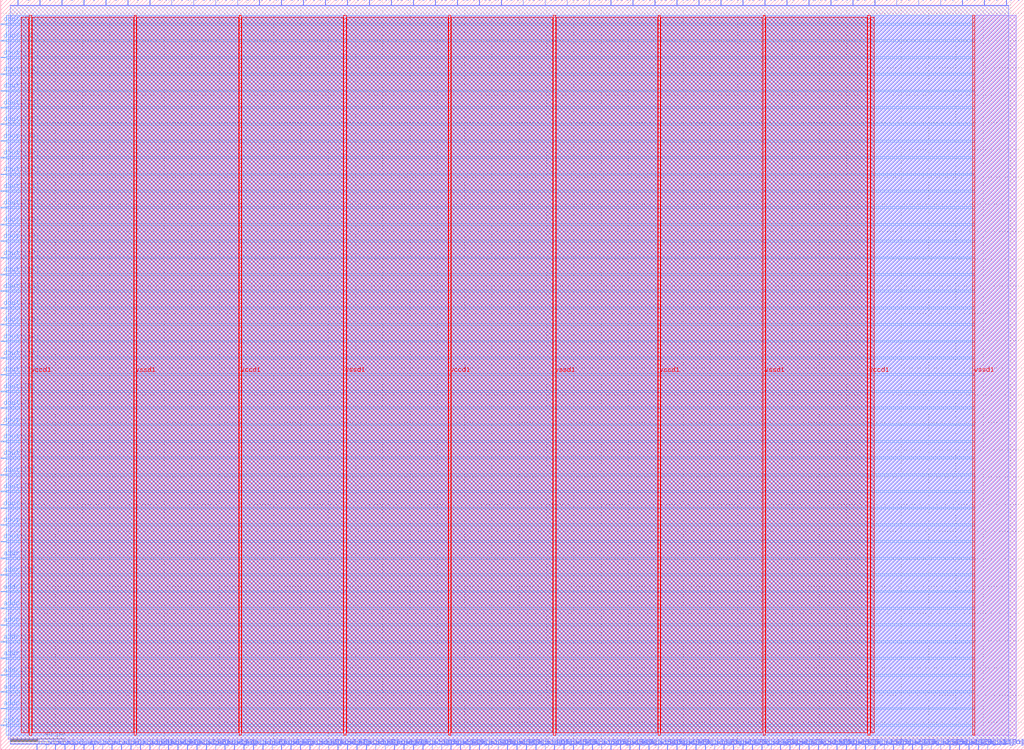
<source format=lef>
VERSION 5.7 ;
  NOWIREEXTENSIONATPIN ON ;
  DIVIDERCHAR "/" ;
  BUSBITCHARS "[]" ;
MACRO wfg_top
  CLASS BLOCK ;
  FOREIGN wfg_top ;
  ORIGIN 0.000 0.000 ;
  SIZE 750.000 BY 550.000 ;
  PIN addr1[0]
    DIRECTION OUTPUT TRISTATE ;
    USE SIGNAL ;
    PORT
      LAYER met3 ;
        RECT 0.000 29.960 4.000 30.560 ;
    END
  END addr1[0]
  PIN addr1[1]
    DIRECTION OUTPUT TRISTATE ;
    USE SIGNAL ;
    PORT
      LAYER met3 ;
        RECT 0.000 42.200 4.000 42.800 ;
    END
  END addr1[1]
  PIN addr1[2]
    DIRECTION OUTPUT TRISTATE ;
    USE SIGNAL ;
    PORT
      LAYER met3 ;
        RECT 0.000 54.440 4.000 55.040 ;
    END
  END addr1[2]
  PIN addr1[3]
    DIRECTION OUTPUT TRISTATE ;
    USE SIGNAL ;
    PORT
      LAYER met3 ;
        RECT 0.000 66.680 4.000 67.280 ;
    END
  END addr1[3]
  PIN addr1[4]
    DIRECTION OUTPUT TRISTATE ;
    USE SIGNAL ;
    PORT
      LAYER met3 ;
        RECT 0.000 78.920 4.000 79.520 ;
    END
  END addr1[4]
  PIN addr1[5]
    DIRECTION OUTPUT TRISTATE ;
    USE SIGNAL ;
    PORT
      LAYER met3 ;
        RECT 0.000 91.160 4.000 91.760 ;
    END
  END addr1[5]
  PIN addr1[6]
    DIRECTION OUTPUT TRISTATE ;
    USE SIGNAL ;
    PORT
      LAYER met3 ;
        RECT 0.000 103.400 4.000 104.000 ;
    END
  END addr1[6]
  PIN addr1[7]
    DIRECTION OUTPUT TRISTATE ;
    USE SIGNAL ;
    PORT
      LAYER met3 ;
        RECT 0.000 115.640 4.000 116.240 ;
    END
  END addr1[7]
  PIN addr1[8]
    DIRECTION OUTPUT TRISTATE ;
    USE SIGNAL ;
    PORT
      LAYER met3 ;
        RECT 0.000 127.880 4.000 128.480 ;
    END
  END addr1[8]
  PIN addr1[9]
    DIRECTION OUTPUT TRISTATE ;
    USE SIGNAL ;
    PORT
      LAYER met3 ;
        RECT 0.000 140.120 4.000 140.720 ;
    END
  END addr1[9]
  PIN csb1
    DIRECTION OUTPUT TRISTATE ;
    USE SIGNAL ;
    PORT
      LAYER met3 ;
        RECT 0.000 17.720 4.000 18.320 ;
    END
  END csb1
  PIN dout1[0]
    DIRECTION INPUT ;
    USE SIGNAL ;
    PORT
      LAYER met3 ;
        RECT 0.000 152.360 4.000 152.960 ;
    END
  END dout1[0]
  PIN dout1[10]
    DIRECTION INPUT ;
    USE SIGNAL ;
    PORT
      LAYER met3 ;
        RECT 0.000 274.760 4.000 275.360 ;
    END
  END dout1[10]
  PIN dout1[11]
    DIRECTION INPUT ;
    USE SIGNAL ;
    PORT
      LAYER met3 ;
        RECT 0.000 287.000 4.000 287.600 ;
    END
  END dout1[11]
  PIN dout1[12]
    DIRECTION INPUT ;
    USE SIGNAL ;
    PORT
      LAYER met3 ;
        RECT 0.000 299.240 4.000 299.840 ;
    END
  END dout1[12]
  PIN dout1[13]
    DIRECTION INPUT ;
    USE SIGNAL ;
    PORT
      LAYER met3 ;
        RECT 0.000 311.480 4.000 312.080 ;
    END
  END dout1[13]
  PIN dout1[14]
    DIRECTION INPUT ;
    USE SIGNAL ;
    PORT
      LAYER met3 ;
        RECT 0.000 323.720 4.000 324.320 ;
    END
  END dout1[14]
  PIN dout1[15]
    DIRECTION INPUT ;
    USE SIGNAL ;
    PORT
      LAYER met3 ;
        RECT 0.000 335.960 4.000 336.560 ;
    END
  END dout1[15]
  PIN dout1[16]
    DIRECTION INPUT ;
    USE SIGNAL ;
    PORT
      LAYER met3 ;
        RECT 0.000 348.200 4.000 348.800 ;
    END
  END dout1[16]
  PIN dout1[17]
    DIRECTION INPUT ;
    USE SIGNAL ;
    PORT
      LAYER met3 ;
        RECT 0.000 360.440 4.000 361.040 ;
    END
  END dout1[17]
  PIN dout1[18]
    DIRECTION INPUT ;
    USE SIGNAL ;
    PORT
      LAYER met3 ;
        RECT 0.000 372.680 4.000 373.280 ;
    END
  END dout1[18]
  PIN dout1[19]
    DIRECTION INPUT ;
    USE SIGNAL ;
    PORT
      LAYER met3 ;
        RECT 0.000 384.920 4.000 385.520 ;
    END
  END dout1[19]
  PIN dout1[1]
    DIRECTION INPUT ;
    USE SIGNAL ;
    PORT
      LAYER met3 ;
        RECT 0.000 164.600 4.000 165.200 ;
    END
  END dout1[1]
  PIN dout1[20]
    DIRECTION INPUT ;
    USE SIGNAL ;
    PORT
      LAYER met3 ;
        RECT 0.000 397.160 4.000 397.760 ;
    END
  END dout1[20]
  PIN dout1[21]
    DIRECTION INPUT ;
    USE SIGNAL ;
    PORT
      LAYER met3 ;
        RECT 0.000 409.400 4.000 410.000 ;
    END
  END dout1[21]
  PIN dout1[22]
    DIRECTION INPUT ;
    USE SIGNAL ;
    PORT
      LAYER met3 ;
        RECT 0.000 421.640 4.000 422.240 ;
    END
  END dout1[22]
  PIN dout1[23]
    DIRECTION INPUT ;
    USE SIGNAL ;
    PORT
      LAYER met3 ;
        RECT 0.000 433.880 4.000 434.480 ;
    END
  END dout1[23]
  PIN dout1[24]
    DIRECTION INPUT ;
    USE SIGNAL ;
    PORT
      LAYER met3 ;
        RECT 0.000 446.120 4.000 446.720 ;
    END
  END dout1[24]
  PIN dout1[25]
    DIRECTION INPUT ;
    USE SIGNAL ;
    PORT
      LAYER met3 ;
        RECT 0.000 458.360 4.000 458.960 ;
    END
  END dout1[25]
  PIN dout1[26]
    DIRECTION INPUT ;
    USE SIGNAL ;
    PORT
      LAYER met3 ;
        RECT 0.000 470.600 4.000 471.200 ;
    END
  END dout1[26]
  PIN dout1[27]
    DIRECTION INPUT ;
    USE SIGNAL ;
    PORT
      LAYER met3 ;
        RECT 0.000 482.840 4.000 483.440 ;
    END
  END dout1[27]
  PIN dout1[28]
    DIRECTION INPUT ;
    USE SIGNAL ;
    PORT
      LAYER met3 ;
        RECT 0.000 495.080 4.000 495.680 ;
    END
  END dout1[28]
  PIN dout1[29]
    DIRECTION INPUT ;
    USE SIGNAL ;
    PORT
      LAYER met3 ;
        RECT 0.000 507.320 4.000 507.920 ;
    END
  END dout1[29]
  PIN dout1[2]
    DIRECTION INPUT ;
    USE SIGNAL ;
    PORT
      LAYER met3 ;
        RECT 0.000 176.840 4.000 177.440 ;
    END
  END dout1[2]
  PIN dout1[30]
    DIRECTION INPUT ;
    USE SIGNAL ;
    PORT
      LAYER met3 ;
        RECT 0.000 519.560 4.000 520.160 ;
    END
  END dout1[30]
  PIN dout1[31]
    DIRECTION INPUT ;
    USE SIGNAL ;
    PORT
      LAYER met3 ;
        RECT 0.000 531.800 4.000 532.400 ;
    END
  END dout1[31]
  PIN dout1[3]
    DIRECTION INPUT ;
    USE SIGNAL ;
    PORT
      LAYER met3 ;
        RECT 0.000 189.080 4.000 189.680 ;
    END
  END dout1[3]
  PIN dout1[4]
    DIRECTION INPUT ;
    USE SIGNAL ;
    PORT
      LAYER met3 ;
        RECT 0.000 201.320 4.000 201.920 ;
    END
  END dout1[4]
  PIN dout1[5]
    DIRECTION INPUT ;
    USE SIGNAL ;
    PORT
      LAYER met3 ;
        RECT 0.000 213.560 4.000 214.160 ;
    END
  END dout1[5]
  PIN dout1[6]
    DIRECTION INPUT ;
    USE SIGNAL ;
    PORT
      LAYER met3 ;
        RECT 0.000 225.800 4.000 226.400 ;
    END
  END dout1[6]
  PIN dout1[7]
    DIRECTION INPUT ;
    USE SIGNAL ;
    PORT
      LAYER met3 ;
        RECT 0.000 238.040 4.000 238.640 ;
    END
  END dout1[7]
  PIN dout1[8]
    DIRECTION INPUT ;
    USE SIGNAL ;
    PORT
      LAYER met3 ;
        RECT 0.000 250.280 4.000 250.880 ;
    END
  END dout1[8]
  PIN dout1[9]
    DIRECTION INPUT ;
    USE SIGNAL ;
    PORT
      LAYER met3 ;
        RECT 0.000 262.520 4.000 263.120 ;
    END
  END dout1[9]
  PIN io_oeb[0]
    DIRECTION OUTPUT TRISTATE ;
    USE SIGNAL ;
    PORT
      LAYER met2 ;
        RECT 576.010 546.000 576.290 550.000 ;
    END
  END io_oeb[0]
  PIN io_oeb[10]
    DIRECTION OUTPUT TRISTATE ;
    USE SIGNAL ;
    PORT
      LAYER met2 ;
        RECT 737.010 546.000 737.290 550.000 ;
    END
  END io_oeb[10]
  PIN io_oeb[1]
    DIRECTION OUTPUT TRISTATE ;
    USE SIGNAL ;
    PORT
      LAYER met2 ;
        RECT 592.110 546.000 592.390 550.000 ;
    END
  END io_oeb[1]
  PIN io_oeb[2]
    DIRECTION OUTPUT TRISTATE ;
    USE SIGNAL ;
    PORT
      LAYER met2 ;
        RECT 608.210 546.000 608.490 550.000 ;
    END
  END io_oeb[2]
  PIN io_oeb[3]
    DIRECTION OUTPUT TRISTATE ;
    USE SIGNAL ;
    PORT
      LAYER met2 ;
        RECT 624.310 546.000 624.590 550.000 ;
    END
  END io_oeb[3]
  PIN io_oeb[4]
    DIRECTION OUTPUT TRISTATE ;
    USE SIGNAL ;
    PORT
      LAYER met2 ;
        RECT 640.410 546.000 640.690 550.000 ;
    END
  END io_oeb[4]
  PIN io_oeb[5]
    DIRECTION OUTPUT TRISTATE ;
    USE SIGNAL ;
    PORT
      LAYER met2 ;
        RECT 656.510 546.000 656.790 550.000 ;
    END
  END io_oeb[5]
  PIN io_oeb[6]
    DIRECTION OUTPUT TRISTATE ;
    USE SIGNAL ;
    PORT
      LAYER met2 ;
        RECT 672.610 546.000 672.890 550.000 ;
    END
  END io_oeb[6]
  PIN io_oeb[7]
    DIRECTION OUTPUT TRISTATE ;
    USE SIGNAL ;
    PORT
      LAYER met2 ;
        RECT 688.710 546.000 688.990 550.000 ;
    END
  END io_oeb[7]
  PIN io_oeb[8]
    DIRECTION OUTPUT TRISTATE ;
    USE SIGNAL ;
    PORT
      LAYER met2 ;
        RECT 704.810 546.000 705.090 550.000 ;
    END
  END io_oeb[8]
  PIN io_oeb[9]
    DIRECTION OUTPUT TRISTATE ;
    USE SIGNAL ;
    PORT
      LAYER met2 ;
        RECT 720.910 546.000 721.190 550.000 ;
    END
  END io_oeb[9]
  PIN io_wbs_ack
    DIRECTION OUTPUT TRISTATE ;
    USE SIGNAL ;
    PORT
      LAYER met2 ;
        RECT 26.310 0.000 26.590 4.000 ;
    END
  END io_wbs_ack
  PIN io_wbs_adr[0]
    DIRECTION INPUT ;
    USE SIGNAL ;
    PORT
      LAYER met2 ;
        RECT 67.710 0.000 67.990 4.000 ;
    END
  END io_wbs_adr[0]
  PIN io_wbs_adr[10]
    DIRECTION INPUT ;
    USE SIGNAL ;
    PORT
      LAYER met2 ;
        RECT 274.710 0.000 274.990 4.000 ;
    END
  END io_wbs_adr[10]
  PIN io_wbs_adr[11]
    DIRECTION INPUT ;
    USE SIGNAL ;
    PORT
      LAYER met2 ;
        RECT 295.410 0.000 295.690 4.000 ;
    END
  END io_wbs_adr[11]
  PIN io_wbs_adr[12]
    DIRECTION INPUT ;
    USE SIGNAL ;
    PORT
      LAYER met2 ;
        RECT 316.110 0.000 316.390 4.000 ;
    END
  END io_wbs_adr[12]
  PIN io_wbs_adr[13]
    DIRECTION INPUT ;
    USE SIGNAL ;
    PORT
      LAYER met2 ;
        RECT 336.810 0.000 337.090 4.000 ;
    END
  END io_wbs_adr[13]
  PIN io_wbs_adr[14]
    DIRECTION INPUT ;
    USE SIGNAL ;
    PORT
      LAYER met2 ;
        RECT 357.510 0.000 357.790 4.000 ;
    END
  END io_wbs_adr[14]
  PIN io_wbs_adr[15]
    DIRECTION INPUT ;
    USE SIGNAL ;
    PORT
      LAYER met2 ;
        RECT 378.210 0.000 378.490 4.000 ;
    END
  END io_wbs_adr[15]
  PIN io_wbs_adr[16]
    DIRECTION INPUT ;
    USE SIGNAL ;
    PORT
      LAYER met2 ;
        RECT 398.910 0.000 399.190 4.000 ;
    END
  END io_wbs_adr[16]
  PIN io_wbs_adr[17]
    DIRECTION INPUT ;
    USE SIGNAL ;
    PORT
      LAYER met2 ;
        RECT 419.610 0.000 419.890 4.000 ;
    END
  END io_wbs_adr[17]
  PIN io_wbs_adr[18]
    DIRECTION INPUT ;
    USE SIGNAL ;
    PORT
      LAYER met2 ;
        RECT 440.310 0.000 440.590 4.000 ;
    END
  END io_wbs_adr[18]
  PIN io_wbs_adr[19]
    DIRECTION INPUT ;
    USE SIGNAL ;
    PORT
      LAYER met2 ;
        RECT 461.010 0.000 461.290 4.000 ;
    END
  END io_wbs_adr[19]
  PIN io_wbs_adr[1]
    DIRECTION INPUT ;
    USE SIGNAL ;
    PORT
      LAYER met2 ;
        RECT 88.410 0.000 88.690 4.000 ;
    END
  END io_wbs_adr[1]
  PIN io_wbs_adr[20]
    DIRECTION INPUT ;
    USE SIGNAL ;
    PORT
      LAYER met2 ;
        RECT 481.710 0.000 481.990 4.000 ;
    END
  END io_wbs_adr[20]
  PIN io_wbs_adr[21]
    DIRECTION INPUT ;
    USE SIGNAL ;
    PORT
      LAYER met2 ;
        RECT 502.410 0.000 502.690 4.000 ;
    END
  END io_wbs_adr[21]
  PIN io_wbs_adr[22]
    DIRECTION INPUT ;
    USE SIGNAL ;
    PORT
      LAYER met2 ;
        RECT 523.110 0.000 523.390 4.000 ;
    END
  END io_wbs_adr[22]
  PIN io_wbs_adr[23]
    DIRECTION INPUT ;
    USE SIGNAL ;
    PORT
      LAYER met2 ;
        RECT 543.810 0.000 544.090 4.000 ;
    END
  END io_wbs_adr[23]
  PIN io_wbs_adr[24]
    DIRECTION INPUT ;
    USE SIGNAL ;
    PORT
      LAYER met2 ;
        RECT 564.510 0.000 564.790 4.000 ;
    END
  END io_wbs_adr[24]
  PIN io_wbs_adr[25]
    DIRECTION INPUT ;
    USE SIGNAL ;
    PORT
      LAYER met2 ;
        RECT 585.210 0.000 585.490 4.000 ;
    END
  END io_wbs_adr[25]
  PIN io_wbs_adr[26]
    DIRECTION INPUT ;
    USE SIGNAL ;
    PORT
      LAYER met2 ;
        RECT 605.910 0.000 606.190 4.000 ;
    END
  END io_wbs_adr[26]
  PIN io_wbs_adr[27]
    DIRECTION INPUT ;
    USE SIGNAL ;
    PORT
      LAYER met2 ;
        RECT 626.610 0.000 626.890 4.000 ;
    END
  END io_wbs_adr[27]
  PIN io_wbs_adr[28]
    DIRECTION INPUT ;
    USE SIGNAL ;
    PORT
      LAYER met2 ;
        RECT 647.310 0.000 647.590 4.000 ;
    END
  END io_wbs_adr[28]
  PIN io_wbs_adr[29]
    DIRECTION INPUT ;
    USE SIGNAL ;
    PORT
      LAYER met2 ;
        RECT 668.010 0.000 668.290 4.000 ;
    END
  END io_wbs_adr[29]
  PIN io_wbs_adr[2]
    DIRECTION INPUT ;
    USE SIGNAL ;
    PORT
      LAYER met2 ;
        RECT 109.110 0.000 109.390 4.000 ;
    END
  END io_wbs_adr[2]
  PIN io_wbs_adr[30]
    DIRECTION INPUT ;
    USE SIGNAL ;
    PORT
      LAYER met2 ;
        RECT 688.710 0.000 688.990 4.000 ;
    END
  END io_wbs_adr[30]
  PIN io_wbs_adr[31]
    DIRECTION INPUT ;
    USE SIGNAL ;
    PORT
      LAYER met2 ;
        RECT 709.410 0.000 709.690 4.000 ;
    END
  END io_wbs_adr[31]
  PIN io_wbs_adr[3]
    DIRECTION INPUT ;
    USE SIGNAL ;
    PORT
      LAYER met2 ;
        RECT 129.810 0.000 130.090 4.000 ;
    END
  END io_wbs_adr[3]
  PIN io_wbs_adr[4]
    DIRECTION INPUT ;
    USE SIGNAL ;
    PORT
      LAYER met2 ;
        RECT 150.510 0.000 150.790 4.000 ;
    END
  END io_wbs_adr[4]
  PIN io_wbs_adr[5]
    DIRECTION INPUT ;
    USE SIGNAL ;
    PORT
      LAYER met2 ;
        RECT 171.210 0.000 171.490 4.000 ;
    END
  END io_wbs_adr[5]
  PIN io_wbs_adr[6]
    DIRECTION INPUT ;
    USE SIGNAL ;
    PORT
      LAYER met2 ;
        RECT 191.910 0.000 192.190 4.000 ;
    END
  END io_wbs_adr[6]
  PIN io_wbs_adr[7]
    DIRECTION INPUT ;
    USE SIGNAL ;
    PORT
      LAYER met2 ;
        RECT 212.610 0.000 212.890 4.000 ;
    END
  END io_wbs_adr[7]
  PIN io_wbs_adr[8]
    DIRECTION INPUT ;
    USE SIGNAL ;
    PORT
      LAYER met2 ;
        RECT 233.310 0.000 233.590 4.000 ;
    END
  END io_wbs_adr[8]
  PIN io_wbs_adr[9]
    DIRECTION INPUT ;
    USE SIGNAL ;
    PORT
      LAYER met2 ;
        RECT 254.010 0.000 254.290 4.000 ;
    END
  END io_wbs_adr[9]
  PIN io_wbs_clk
    DIRECTION INPUT ;
    USE SIGNAL ;
    PORT
      LAYER met2 ;
        RECT 33.210 0.000 33.490 4.000 ;
    END
  END io_wbs_clk
  PIN io_wbs_cyc
    DIRECTION INPUT ;
    USE SIGNAL ;
    PORT
      LAYER met2 ;
        RECT 40.110 0.000 40.390 4.000 ;
    END
  END io_wbs_cyc
  PIN io_wbs_datrd[0]
    DIRECTION OUTPUT TRISTATE ;
    USE SIGNAL ;
    PORT
      LAYER met2 ;
        RECT 74.610 0.000 74.890 4.000 ;
    END
  END io_wbs_datrd[0]
  PIN io_wbs_datrd[10]
    DIRECTION OUTPUT TRISTATE ;
    USE SIGNAL ;
    PORT
      LAYER met2 ;
        RECT 281.610 0.000 281.890 4.000 ;
    END
  END io_wbs_datrd[10]
  PIN io_wbs_datrd[11]
    DIRECTION OUTPUT TRISTATE ;
    USE SIGNAL ;
    PORT
      LAYER met2 ;
        RECT 302.310 0.000 302.590 4.000 ;
    END
  END io_wbs_datrd[11]
  PIN io_wbs_datrd[12]
    DIRECTION OUTPUT TRISTATE ;
    USE SIGNAL ;
    PORT
      LAYER met2 ;
        RECT 323.010 0.000 323.290 4.000 ;
    END
  END io_wbs_datrd[12]
  PIN io_wbs_datrd[13]
    DIRECTION OUTPUT TRISTATE ;
    USE SIGNAL ;
    PORT
      LAYER met2 ;
        RECT 343.710 0.000 343.990 4.000 ;
    END
  END io_wbs_datrd[13]
  PIN io_wbs_datrd[14]
    DIRECTION OUTPUT TRISTATE ;
    USE SIGNAL ;
    PORT
      LAYER met2 ;
        RECT 364.410 0.000 364.690 4.000 ;
    END
  END io_wbs_datrd[14]
  PIN io_wbs_datrd[15]
    DIRECTION OUTPUT TRISTATE ;
    USE SIGNAL ;
    PORT
      LAYER met2 ;
        RECT 385.110 0.000 385.390 4.000 ;
    END
  END io_wbs_datrd[15]
  PIN io_wbs_datrd[16]
    DIRECTION OUTPUT TRISTATE ;
    USE SIGNAL ;
    PORT
      LAYER met2 ;
        RECT 405.810 0.000 406.090 4.000 ;
    END
  END io_wbs_datrd[16]
  PIN io_wbs_datrd[17]
    DIRECTION OUTPUT TRISTATE ;
    USE SIGNAL ;
    PORT
      LAYER met2 ;
        RECT 426.510 0.000 426.790 4.000 ;
    END
  END io_wbs_datrd[17]
  PIN io_wbs_datrd[18]
    DIRECTION OUTPUT TRISTATE ;
    USE SIGNAL ;
    PORT
      LAYER met2 ;
        RECT 447.210 0.000 447.490 4.000 ;
    END
  END io_wbs_datrd[18]
  PIN io_wbs_datrd[19]
    DIRECTION OUTPUT TRISTATE ;
    USE SIGNAL ;
    PORT
      LAYER met2 ;
        RECT 467.910 0.000 468.190 4.000 ;
    END
  END io_wbs_datrd[19]
  PIN io_wbs_datrd[1]
    DIRECTION OUTPUT TRISTATE ;
    USE SIGNAL ;
    PORT
      LAYER met2 ;
        RECT 95.310 0.000 95.590 4.000 ;
    END
  END io_wbs_datrd[1]
  PIN io_wbs_datrd[20]
    DIRECTION OUTPUT TRISTATE ;
    USE SIGNAL ;
    PORT
      LAYER met2 ;
        RECT 488.610 0.000 488.890 4.000 ;
    END
  END io_wbs_datrd[20]
  PIN io_wbs_datrd[21]
    DIRECTION OUTPUT TRISTATE ;
    USE SIGNAL ;
    PORT
      LAYER met2 ;
        RECT 509.310 0.000 509.590 4.000 ;
    END
  END io_wbs_datrd[21]
  PIN io_wbs_datrd[22]
    DIRECTION OUTPUT TRISTATE ;
    USE SIGNAL ;
    PORT
      LAYER met2 ;
        RECT 530.010 0.000 530.290 4.000 ;
    END
  END io_wbs_datrd[22]
  PIN io_wbs_datrd[23]
    DIRECTION OUTPUT TRISTATE ;
    USE SIGNAL ;
    PORT
      LAYER met2 ;
        RECT 550.710 0.000 550.990 4.000 ;
    END
  END io_wbs_datrd[23]
  PIN io_wbs_datrd[24]
    DIRECTION OUTPUT TRISTATE ;
    USE SIGNAL ;
    PORT
      LAYER met2 ;
        RECT 571.410 0.000 571.690 4.000 ;
    END
  END io_wbs_datrd[24]
  PIN io_wbs_datrd[25]
    DIRECTION OUTPUT TRISTATE ;
    USE SIGNAL ;
    PORT
      LAYER met2 ;
        RECT 592.110 0.000 592.390 4.000 ;
    END
  END io_wbs_datrd[25]
  PIN io_wbs_datrd[26]
    DIRECTION OUTPUT TRISTATE ;
    USE SIGNAL ;
    PORT
      LAYER met2 ;
        RECT 612.810 0.000 613.090 4.000 ;
    END
  END io_wbs_datrd[26]
  PIN io_wbs_datrd[27]
    DIRECTION OUTPUT TRISTATE ;
    USE SIGNAL ;
    PORT
      LAYER met2 ;
        RECT 633.510 0.000 633.790 4.000 ;
    END
  END io_wbs_datrd[27]
  PIN io_wbs_datrd[28]
    DIRECTION OUTPUT TRISTATE ;
    USE SIGNAL ;
    PORT
      LAYER met2 ;
        RECT 654.210 0.000 654.490 4.000 ;
    END
  END io_wbs_datrd[28]
  PIN io_wbs_datrd[29]
    DIRECTION OUTPUT TRISTATE ;
    USE SIGNAL ;
    PORT
      LAYER met2 ;
        RECT 674.910 0.000 675.190 4.000 ;
    END
  END io_wbs_datrd[29]
  PIN io_wbs_datrd[2]
    DIRECTION OUTPUT TRISTATE ;
    USE SIGNAL ;
    PORT
      LAYER met2 ;
        RECT 116.010 0.000 116.290 4.000 ;
    END
  END io_wbs_datrd[2]
  PIN io_wbs_datrd[30]
    DIRECTION OUTPUT TRISTATE ;
    USE SIGNAL ;
    PORT
      LAYER met2 ;
        RECT 695.610 0.000 695.890 4.000 ;
    END
  END io_wbs_datrd[30]
  PIN io_wbs_datrd[31]
    DIRECTION OUTPUT TRISTATE ;
    USE SIGNAL ;
    PORT
      LAYER met2 ;
        RECT 716.310 0.000 716.590 4.000 ;
    END
  END io_wbs_datrd[31]
  PIN io_wbs_datrd[3]
    DIRECTION OUTPUT TRISTATE ;
    USE SIGNAL ;
    PORT
      LAYER met2 ;
        RECT 136.710 0.000 136.990 4.000 ;
    END
  END io_wbs_datrd[3]
  PIN io_wbs_datrd[4]
    DIRECTION OUTPUT TRISTATE ;
    USE SIGNAL ;
    PORT
      LAYER met2 ;
        RECT 157.410 0.000 157.690 4.000 ;
    END
  END io_wbs_datrd[4]
  PIN io_wbs_datrd[5]
    DIRECTION OUTPUT TRISTATE ;
    USE SIGNAL ;
    PORT
      LAYER met2 ;
        RECT 178.110 0.000 178.390 4.000 ;
    END
  END io_wbs_datrd[5]
  PIN io_wbs_datrd[6]
    DIRECTION OUTPUT TRISTATE ;
    USE SIGNAL ;
    PORT
      LAYER met2 ;
        RECT 198.810 0.000 199.090 4.000 ;
    END
  END io_wbs_datrd[6]
  PIN io_wbs_datrd[7]
    DIRECTION OUTPUT TRISTATE ;
    USE SIGNAL ;
    PORT
      LAYER met2 ;
        RECT 219.510 0.000 219.790 4.000 ;
    END
  END io_wbs_datrd[7]
  PIN io_wbs_datrd[8]
    DIRECTION OUTPUT TRISTATE ;
    USE SIGNAL ;
    PORT
      LAYER met2 ;
        RECT 240.210 0.000 240.490 4.000 ;
    END
  END io_wbs_datrd[8]
  PIN io_wbs_datrd[9]
    DIRECTION OUTPUT TRISTATE ;
    USE SIGNAL ;
    PORT
      LAYER met2 ;
        RECT 260.910 0.000 261.190 4.000 ;
    END
  END io_wbs_datrd[9]
  PIN io_wbs_datwr[0]
    DIRECTION INPUT ;
    USE SIGNAL ;
    PORT
      LAYER met2 ;
        RECT 81.510 0.000 81.790 4.000 ;
    END
  END io_wbs_datwr[0]
  PIN io_wbs_datwr[10]
    DIRECTION INPUT ;
    USE SIGNAL ;
    PORT
      LAYER met2 ;
        RECT 288.510 0.000 288.790 4.000 ;
    END
  END io_wbs_datwr[10]
  PIN io_wbs_datwr[11]
    DIRECTION INPUT ;
    USE SIGNAL ;
    PORT
      LAYER met2 ;
        RECT 309.210 0.000 309.490 4.000 ;
    END
  END io_wbs_datwr[11]
  PIN io_wbs_datwr[12]
    DIRECTION INPUT ;
    USE SIGNAL ;
    PORT
      LAYER met2 ;
        RECT 329.910 0.000 330.190 4.000 ;
    END
  END io_wbs_datwr[12]
  PIN io_wbs_datwr[13]
    DIRECTION INPUT ;
    USE SIGNAL ;
    PORT
      LAYER met2 ;
        RECT 350.610 0.000 350.890 4.000 ;
    END
  END io_wbs_datwr[13]
  PIN io_wbs_datwr[14]
    DIRECTION INPUT ;
    USE SIGNAL ;
    PORT
      LAYER met2 ;
        RECT 371.310 0.000 371.590 4.000 ;
    END
  END io_wbs_datwr[14]
  PIN io_wbs_datwr[15]
    DIRECTION INPUT ;
    USE SIGNAL ;
    PORT
      LAYER met2 ;
        RECT 392.010 0.000 392.290 4.000 ;
    END
  END io_wbs_datwr[15]
  PIN io_wbs_datwr[16]
    DIRECTION INPUT ;
    USE SIGNAL ;
    PORT
      LAYER met2 ;
        RECT 412.710 0.000 412.990 4.000 ;
    END
  END io_wbs_datwr[16]
  PIN io_wbs_datwr[17]
    DIRECTION INPUT ;
    USE SIGNAL ;
    PORT
      LAYER met2 ;
        RECT 433.410 0.000 433.690 4.000 ;
    END
  END io_wbs_datwr[17]
  PIN io_wbs_datwr[18]
    DIRECTION INPUT ;
    USE SIGNAL ;
    PORT
      LAYER met2 ;
        RECT 454.110 0.000 454.390 4.000 ;
    END
  END io_wbs_datwr[18]
  PIN io_wbs_datwr[19]
    DIRECTION INPUT ;
    USE SIGNAL ;
    PORT
      LAYER met2 ;
        RECT 474.810 0.000 475.090 4.000 ;
    END
  END io_wbs_datwr[19]
  PIN io_wbs_datwr[1]
    DIRECTION INPUT ;
    USE SIGNAL ;
    PORT
      LAYER met2 ;
        RECT 102.210 0.000 102.490 4.000 ;
    END
  END io_wbs_datwr[1]
  PIN io_wbs_datwr[20]
    DIRECTION INPUT ;
    USE SIGNAL ;
    PORT
      LAYER met2 ;
        RECT 495.510 0.000 495.790 4.000 ;
    END
  END io_wbs_datwr[20]
  PIN io_wbs_datwr[21]
    DIRECTION INPUT ;
    USE SIGNAL ;
    PORT
      LAYER met2 ;
        RECT 516.210 0.000 516.490 4.000 ;
    END
  END io_wbs_datwr[21]
  PIN io_wbs_datwr[22]
    DIRECTION INPUT ;
    USE SIGNAL ;
    PORT
      LAYER met2 ;
        RECT 536.910 0.000 537.190 4.000 ;
    END
  END io_wbs_datwr[22]
  PIN io_wbs_datwr[23]
    DIRECTION INPUT ;
    USE SIGNAL ;
    PORT
      LAYER met2 ;
        RECT 557.610 0.000 557.890 4.000 ;
    END
  END io_wbs_datwr[23]
  PIN io_wbs_datwr[24]
    DIRECTION INPUT ;
    USE SIGNAL ;
    PORT
      LAYER met2 ;
        RECT 578.310 0.000 578.590 4.000 ;
    END
  END io_wbs_datwr[24]
  PIN io_wbs_datwr[25]
    DIRECTION INPUT ;
    USE SIGNAL ;
    PORT
      LAYER met2 ;
        RECT 599.010 0.000 599.290 4.000 ;
    END
  END io_wbs_datwr[25]
  PIN io_wbs_datwr[26]
    DIRECTION INPUT ;
    USE SIGNAL ;
    PORT
      LAYER met2 ;
        RECT 619.710 0.000 619.990 4.000 ;
    END
  END io_wbs_datwr[26]
  PIN io_wbs_datwr[27]
    DIRECTION INPUT ;
    USE SIGNAL ;
    PORT
      LAYER met2 ;
        RECT 640.410 0.000 640.690 4.000 ;
    END
  END io_wbs_datwr[27]
  PIN io_wbs_datwr[28]
    DIRECTION INPUT ;
    USE SIGNAL ;
    PORT
      LAYER met2 ;
        RECT 661.110 0.000 661.390 4.000 ;
    END
  END io_wbs_datwr[28]
  PIN io_wbs_datwr[29]
    DIRECTION INPUT ;
    USE SIGNAL ;
    PORT
      LAYER met2 ;
        RECT 681.810 0.000 682.090 4.000 ;
    END
  END io_wbs_datwr[29]
  PIN io_wbs_datwr[2]
    DIRECTION INPUT ;
    USE SIGNAL ;
    PORT
      LAYER met2 ;
        RECT 122.910 0.000 123.190 4.000 ;
    END
  END io_wbs_datwr[2]
  PIN io_wbs_datwr[30]
    DIRECTION INPUT ;
    USE SIGNAL ;
    PORT
      LAYER met2 ;
        RECT 702.510 0.000 702.790 4.000 ;
    END
  END io_wbs_datwr[30]
  PIN io_wbs_datwr[31]
    DIRECTION INPUT ;
    USE SIGNAL ;
    PORT
      LAYER met2 ;
        RECT 723.210 0.000 723.490 4.000 ;
    END
  END io_wbs_datwr[31]
  PIN io_wbs_datwr[3]
    DIRECTION INPUT ;
    USE SIGNAL ;
    PORT
      LAYER met2 ;
        RECT 143.610 0.000 143.890 4.000 ;
    END
  END io_wbs_datwr[3]
  PIN io_wbs_datwr[4]
    DIRECTION INPUT ;
    USE SIGNAL ;
    PORT
      LAYER met2 ;
        RECT 164.310 0.000 164.590 4.000 ;
    END
  END io_wbs_datwr[4]
  PIN io_wbs_datwr[5]
    DIRECTION INPUT ;
    USE SIGNAL ;
    PORT
      LAYER met2 ;
        RECT 185.010 0.000 185.290 4.000 ;
    END
  END io_wbs_datwr[5]
  PIN io_wbs_datwr[6]
    DIRECTION INPUT ;
    USE SIGNAL ;
    PORT
      LAYER met2 ;
        RECT 205.710 0.000 205.990 4.000 ;
    END
  END io_wbs_datwr[6]
  PIN io_wbs_datwr[7]
    DIRECTION INPUT ;
    USE SIGNAL ;
    PORT
      LAYER met2 ;
        RECT 226.410 0.000 226.690 4.000 ;
    END
  END io_wbs_datwr[7]
  PIN io_wbs_datwr[8]
    DIRECTION INPUT ;
    USE SIGNAL ;
    PORT
      LAYER met2 ;
        RECT 247.110 0.000 247.390 4.000 ;
    END
  END io_wbs_datwr[8]
  PIN io_wbs_datwr[9]
    DIRECTION INPUT ;
    USE SIGNAL ;
    PORT
      LAYER met2 ;
        RECT 267.810 0.000 268.090 4.000 ;
    END
  END io_wbs_datwr[9]
  PIN io_wbs_rst
    DIRECTION INPUT ;
    USE SIGNAL ;
    PORT
      LAYER met2 ;
        RECT 47.010 0.000 47.290 4.000 ;
    END
  END io_wbs_rst
  PIN io_wbs_stb
    DIRECTION INPUT ;
    USE SIGNAL ;
    PORT
      LAYER met2 ;
        RECT 53.910 0.000 54.190 4.000 ;
    END
  END io_wbs_stb
  PIN io_wbs_we
    DIRECTION INPUT ;
    USE SIGNAL ;
    PORT
      LAYER met2 ;
        RECT 60.810 0.000 61.090 4.000 ;
    END
  END io_wbs_we
  PIN vccd1
    DIRECTION INOUT ;
    USE POWER ;
    PORT
      LAYER met4 ;
        RECT 21.040 10.640 22.640 538.800 ;
    END
    PORT
      LAYER met4 ;
        RECT 174.640 10.640 176.240 538.800 ;
    END
    PORT
      LAYER met4 ;
        RECT 328.240 10.640 329.840 538.800 ;
    END
    PORT
      LAYER met4 ;
        RECT 481.840 10.640 483.440 538.800 ;
    END
    PORT
      LAYER met4 ;
        RECT 635.440 10.640 637.040 538.800 ;
    END
  END vccd1
  PIN vssd1
    DIRECTION INOUT ;
    USE GROUND ;
    PORT
      LAYER met4 ;
        RECT 97.840 10.640 99.440 538.800 ;
    END
    PORT
      LAYER met4 ;
        RECT 251.440 10.640 253.040 538.800 ;
    END
    PORT
      LAYER met4 ;
        RECT 405.040 10.640 406.640 538.800 ;
    END
    PORT
      LAYER met4 ;
        RECT 558.640 10.640 560.240 538.800 ;
    END
    PORT
      LAYER met4 ;
        RECT 712.240 10.640 713.840 538.800 ;
    END
  END vssd1
  PIN wfg_drive_pat_dout_o[0]
    DIRECTION OUTPUT TRISTATE ;
    USE SIGNAL ;
    PORT
      LAYER met2 ;
        RECT 60.810 546.000 61.090 550.000 ;
    END
  END wfg_drive_pat_dout_o[0]
  PIN wfg_drive_pat_dout_o[10]
    DIRECTION OUTPUT TRISTATE ;
    USE SIGNAL ;
    PORT
      LAYER met2 ;
        RECT 221.810 546.000 222.090 550.000 ;
    END
  END wfg_drive_pat_dout_o[10]
  PIN wfg_drive_pat_dout_o[11]
    DIRECTION OUTPUT TRISTATE ;
    USE SIGNAL ;
    PORT
      LAYER met2 ;
        RECT 237.910 546.000 238.190 550.000 ;
    END
  END wfg_drive_pat_dout_o[11]
  PIN wfg_drive_pat_dout_o[12]
    DIRECTION OUTPUT TRISTATE ;
    USE SIGNAL ;
    PORT
      LAYER met2 ;
        RECT 254.010 546.000 254.290 550.000 ;
    END
  END wfg_drive_pat_dout_o[12]
  PIN wfg_drive_pat_dout_o[13]
    DIRECTION OUTPUT TRISTATE ;
    USE SIGNAL ;
    PORT
      LAYER met2 ;
        RECT 270.110 546.000 270.390 550.000 ;
    END
  END wfg_drive_pat_dout_o[13]
  PIN wfg_drive_pat_dout_o[14]
    DIRECTION OUTPUT TRISTATE ;
    USE SIGNAL ;
    PORT
      LAYER met2 ;
        RECT 286.210 546.000 286.490 550.000 ;
    END
  END wfg_drive_pat_dout_o[14]
  PIN wfg_drive_pat_dout_o[15]
    DIRECTION OUTPUT TRISTATE ;
    USE SIGNAL ;
    PORT
      LAYER met2 ;
        RECT 302.310 546.000 302.590 550.000 ;
    END
  END wfg_drive_pat_dout_o[15]
  PIN wfg_drive_pat_dout_o[16]
    DIRECTION OUTPUT TRISTATE ;
    USE SIGNAL ;
    PORT
      LAYER met2 ;
        RECT 318.410 546.000 318.690 550.000 ;
    END
  END wfg_drive_pat_dout_o[16]
  PIN wfg_drive_pat_dout_o[17]
    DIRECTION OUTPUT TRISTATE ;
    USE SIGNAL ;
    PORT
      LAYER met2 ;
        RECT 334.510 546.000 334.790 550.000 ;
    END
  END wfg_drive_pat_dout_o[17]
  PIN wfg_drive_pat_dout_o[18]
    DIRECTION OUTPUT TRISTATE ;
    USE SIGNAL ;
    PORT
      LAYER met2 ;
        RECT 350.610 546.000 350.890 550.000 ;
    END
  END wfg_drive_pat_dout_o[18]
  PIN wfg_drive_pat_dout_o[19]
    DIRECTION OUTPUT TRISTATE ;
    USE SIGNAL ;
    PORT
      LAYER met2 ;
        RECT 366.710 546.000 366.990 550.000 ;
    END
  END wfg_drive_pat_dout_o[19]
  PIN wfg_drive_pat_dout_o[1]
    DIRECTION OUTPUT TRISTATE ;
    USE SIGNAL ;
    PORT
      LAYER met2 ;
        RECT 76.910 546.000 77.190 550.000 ;
    END
  END wfg_drive_pat_dout_o[1]
  PIN wfg_drive_pat_dout_o[20]
    DIRECTION OUTPUT TRISTATE ;
    USE SIGNAL ;
    PORT
      LAYER met2 ;
        RECT 382.810 546.000 383.090 550.000 ;
    END
  END wfg_drive_pat_dout_o[20]
  PIN wfg_drive_pat_dout_o[21]
    DIRECTION OUTPUT TRISTATE ;
    USE SIGNAL ;
    PORT
      LAYER met2 ;
        RECT 398.910 546.000 399.190 550.000 ;
    END
  END wfg_drive_pat_dout_o[21]
  PIN wfg_drive_pat_dout_o[22]
    DIRECTION OUTPUT TRISTATE ;
    USE SIGNAL ;
    PORT
      LAYER met2 ;
        RECT 415.010 546.000 415.290 550.000 ;
    END
  END wfg_drive_pat_dout_o[22]
  PIN wfg_drive_pat_dout_o[23]
    DIRECTION OUTPUT TRISTATE ;
    USE SIGNAL ;
    PORT
      LAYER met2 ;
        RECT 431.110 546.000 431.390 550.000 ;
    END
  END wfg_drive_pat_dout_o[23]
  PIN wfg_drive_pat_dout_o[24]
    DIRECTION OUTPUT TRISTATE ;
    USE SIGNAL ;
    PORT
      LAYER met2 ;
        RECT 447.210 546.000 447.490 550.000 ;
    END
  END wfg_drive_pat_dout_o[24]
  PIN wfg_drive_pat_dout_o[25]
    DIRECTION OUTPUT TRISTATE ;
    USE SIGNAL ;
    PORT
      LAYER met2 ;
        RECT 463.310 546.000 463.590 550.000 ;
    END
  END wfg_drive_pat_dout_o[25]
  PIN wfg_drive_pat_dout_o[26]
    DIRECTION OUTPUT TRISTATE ;
    USE SIGNAL ;
    PORT
      LAYER met2 ;
        RECT 479.410 546.000 479.690 550.000 ;
    END
  END wfg_drive_pat_dout_o[26]
  PIN wfg_drive_pat_dout_o[27]
    DIRECTION OUTPUT TRISTATE ;
    USE SIGNAL ;
    PORT
      LAYER met2 ;
        RECT 495.510 546.000 495.790 550.000 ;
    END
  END wfg_drive_pat_dout_o[27]
  PIN wfg_drive_pat_dout_o[28]
    DIRECTION OUTPUT TRISTATE ;
    USE SIGNAL ;
    PORT
      LAYER met2 ;
        RECT 511.610 546.000 511.890 550.000 ;
    END
  END wfg_drive_pat_dout_o[28]
  PIN wfg_drive_pat_dout_o[29]
    DIRECTION OUTPUT TRISTATE ;
    USE SIGNAL ;
    PORT
      LAYER met2 ;
        RECT 527.710 546.000 527.990 550.000 ;
    END
  END wfg_drive_pat_dout_o[29]
  PIN wfg_drive_pat_dout_o[2]
    DIRECTION OUTPUT TRISTATE ;
    USE SIGNAL ;
    PORT
      LAYER met2 ;
        RECT 93.010 546.000 93.290 550.000 ;
    END
  END wfg_drive_pat_dout_o[2]
  PIN wfg_drive_pat_dout_o[30]
    DIRECTION OUTPUT TRISTATE ;
    USE SIGNAL ;
    PORT
      LAYER met2 ;
        RECT 543.810 546.000 544.090 550.000 ;
    END
  END wfg_drive_pat_dout_o[30]
  PIN wfg_drive_pat_dout_o[31]
    DIRECTION OUTPUT TRISTATE ;
    USE SIGNAL ;
    PORT
      LAYER met2 ;
        RECT 559.910 546.000 560.190 550.000 ;
    END
  END wfg_drive_pat_dout_o[31]
  PIN wfg_drive_pat_dout_o[3]
    DIRECTION OUTPUT TRISTATE ;
    USE SIGNAL ;
    PORT
      LAYER met2 ;
        RECT 109.110 546.000 109.390 550.000 ;
    END
  END wfg_drive_pat_dout_o[3]
  PIN wfg_drive_pat_dout_o[4]
    DIRECTION OUTPUT TRISTATE ;
    USE SIGNAL ;
    PORT
      LAYER met2 ;
        RECT 125.210 546.000 125.490 550.000 ;
    END
  END wfg_drive_pat_dout_o[4]
  PIN wfg_drive_pat_dout_o[5]
    DIRECTION OUTPUT TRISTATE ;
    USE SIGNAL ;
    PORT
      LAYER met2 ;
        RECT 141.310 546.000 141.590 550.000 ;
    END
  END wfg_drive_pat_dout_o[5]
  PIN wfg_drive_pat_dout_o[6]
    DIRECTION OUTPUT TRISTATE ;
    USE SIGNAL ;
    PORT
      LAYER met2 ;
        RECT 157.410 546.000 157.690 550.000 ;
    END
  END wfg_drive_pat_dout_o[6]
  PIN wfg_drive_pat_dout_o[7]
    DIRECTION OUTPUT TRISTATE ;
    USE SIGNAL ;
    PORT
      LAYER met2 ;
        RECT 173.510 546.000 173.790 550.000 ;
    END
  END wfg_drive_pat_dout_o[7]
  PIN wfg_drive_pat_dout_o[8]
    DIRECTION OUTPUT TRISTATE ;
    USE SIGNAL ;
    PORT
      LAYER met2 ;
        RECT 189.610 546.000 189.890 550.000 ;
    END
  END wfg_drive_pat_dout_o[8]
  PIN wfg_drive_pat_dout_o[9]
    DIRECTION OUTPUT TRISTATE ;
    USE SIGNAL ;
    PORT
      LAYER met2 ;
        RECT 205.710 546.000 205.990 550.000 ;
    END
  END wfg_drive_pat_dout_o[9]
  PIN wfg_drive_spi_cs_no
    DIRECTION OUTPUT TRISTATE ;
    USE SIGNAL ;
    PORT
      LAYER met2 ;
        RECT 12.510 546.000 12.790 550.000 ;
    END
  END wfg_drive_spi_cs_no
  PIN wfg_drive_spi_sclk_o
    DIRECTION OUTPUT TRISTATE ;
    USE SIGNAL ;
    PORT
      LAYER met2 ;
        RECT 28.610 546.000 28.890 550.000 ;
    END
  END wfg_drive_spi_sclk_o
  PIN wfg_drive_spi_sdo_o
    DIRECTION OUTPUT TRISTATE ;
    USE SIGNAL ;
    PORT
      LAYER met2 ;
        RECT 44.710 546.000 44.990 550.000 ;
    END
  END wfg_drive_spi_sdo_o
  OBS
      LAYER li1 ;
        RECT 5.520 10.795 744.280 538.645 ;
      LAYER met1 ;
        RECT 5.520 7.520 744.280 538.800 ;
      LAYER met2 ;
        RECT 6.990 545.720 12.230 546.000 ;
        RECT 13.070 545.720 28.330 546.000 ;
        RECT 29.170 545.720 44.430 546.000 ;
        RECT 45.270 545.720 60.530 546.000 ;
        RECT 61.370 545.720 76.630 546.000 ;
        RECT 77.470 545.720 92.730 546.000 ;
        RECT 93.570 545.720 108.830 546.000 ;
        RECT 109.670 545.720 124.930 546.000 ;
        RECT 125.770 545.720 141.030 546.000 ;
        RECT 141.870 545.720 157.130 546.000 ;
        RECT 157.970 545.720 173.230 546.000 ;
        RECT 174.070 545.720 189.330 546.000 ;
        RECT 190.170 545.720 205.430 546.000 ;
        RECT 206.270 545.720 221.530 546.000 ;
        RECT 222.370 545.720 237.630 546.000 ;
        RECT 238.470 545.720 253.730 546.000 ;
        RECT 254.570 545.720 269.830 546.000 ;
        RECT 270.670 545.720 285.930 546.000 ;
        RECT 286.770 545.720 302.030 546.000 ;
        RECT 302.870 545.720 318.130 546.000 ;
        RECT 318.970 545.720 334.230 546.000 ;
        RECT 335.070 545.720 350.330 546.000 ;
        RECT 351.170 545.720 366.430 546.000 ;
        RECT 367.270 545.720 382.530 546.000 ;
        RECT 383.370 545.720 398.630 546.000 ;
        RECT 399.470 545.720 414.730 546.000 ;
        RECT 415.570 545.720 430.830 546.000 ;
        RECT 431.670 545.720 446.930 546.000 ;
        RECT 447.770 545.720 463.030 546.000 ;
        RECT 463.870 545.720 479.130 546.000 ;
        RECT 479.970 545.720 495.230 546.000 ;
        RECT 496.070 545.720 511.330 546.000 ;
        RECT 512.170 545.720 527.430 546.000 ;
        RECT 528.270 545.720 543.530 546.000 ;
        RECT 544.370 545.720 559.630 546.000 ;
        RECT 560.470 545.720 575.730 546.000 ;
        RECT 576.570 545.720 591.830 546.000 ;
        RECT 592.670 545.720 607.930 546.000 ;
        RECT 608.770 545.720 624.030 546.000 ;
        RECT 624.870 545.720 640.130 546.000 ;
        RECT 640.970 545.720 656.230 546.000 ;
        RECT 657.070 545.720 672.330 546.000 ;
        RECT 673.170 545.720 688.430 546.000 ;
        RECT 689.270 545.720 704.530 546.000 ;
        RECT 705.370 545.720 720.630 546.000 ;
        RECT 721.470 545.720 736.730 546.000 ;
        RECT 737.570 545.720 738.660 546.000 ;
        RECT 6.990 4.280 738.660 545.720 ;
        RECT 6.990 4.000 26.030 4.280 ;
        RECT 26.870 4.000 32.930 4.280 ;
        RECT 33.770 4.000 39.830 4.280 ;
        RECT 40.670 4.000 46.730 4.280 ;
        RECT 47.570 4.000 53.630 4.280 ;
        RECT 54.470 4.000 60.530 4.280 ;
        RECT 61.370 4.000 67.430 4.280 ;
        RECT 68.270 4.000 74.330 4.280 ;
        RECT 75.170 4.000 81.230 4.280 ;
        RECT 82.070 4.000 88.130 4.280 ;
        RECT 88.970 4.000 95.030 4.280 ;
        RECT 95.870 4.000 101.930 4.280 ;
        RECT 102.770 4.000 108.830 4.280 ;
        RECT 109.670 4.000 115.730 4.280 ;
        RECT 116.570 4.000 122.630 4.280 ;
        RECT 123.470 4.000 129.530 4.280 ;
        RECT 130.370 4.000 136.430 4.280 ;
        RECT 137.270 4.000 143.330 4.280 ;
        RECT 144.170 4.000 150.230 4.280 ;
        RECT 151.070 4.000 157.130 4.280 ;
        RECT 157.970 4.000 164.030 4.280 ;
        RECT 164.870 4.000 170.930 4.280 ;
        RECT 171.770 4.000 177.830 4.280 ;
        RECT 178.670 4.000 184.730 4.280 ;
        RECT 185.570 4.000 191.630 4.280 ;
        RECT 192.470 4.000 198.530 4.280 ;
        RECT 199.370 4.000 205.430 4.280 ;
        RECT 206.270 4.000 212.330 4.280 ;
        RECT 213.170 4.000 219.230 4.280 ;
        RECT 220.070 4.000 226.130 4.280 ;
        RECT 226.970 4.000 233.030 4.280 ;
        RECT 233.870 4.000 239.930 4.280 ;
        RECT 240.770 4.000 246.830 4.280 ;
        RECT 247.670 4.000 253.730 4.280 ;
        RECT 254.570 4.000 260.630 4.280 ;
        RECT 261.470 4.000 267.530 4.280 ;
        RECT 268.370 4.000 274.430 4.280 ;
        RECT 275.270 4.000 281.330 4.280 ;
        RECT 282.170 4.000 288.230 4.280 ;
        RECT 289.070 4.000 295.130 4.280 ;
        RECT 295.970 4.000 302.030 4.280 ;
        RECT 302.870 4.000 308.930 4.280 ;
        RECT 309.770 4.000 315.830 4.280 ;
        RECT 316.670 4.000 322.730 4.280 ;
        RECT 323.570 4.000 329.630 4.280 ;
        RECT 330.470 4.000 336.530 4.280 ;
        RECT 337.370 4.000 343.430 4.280 ;
        RECT 344.270 4.000 350.330 4.280 ;
        RECT 351.170 4.000 357.230 4.280 ;
        RECT 358.070 4.000 364.130 4.280 ;
        RECT 364.970 4.000 371.030 4.280 ;
        RECT 371.870 4.000 377.930 4.280 ;
        RECT 378.770 4.000 384.830 4.280 ;
        RECT 385.670 4.000 391.730 4.280 ;
        RECT 392.570 4.000 398.630 4.280 ;
        RECT 399.470 4.000 405.530 4.280 ;
        RECT 406.370 4.000 412.430 4.280 ;
        RECT 413.270 4.000 419.330 4.280 ;
        RECT 420.170 4.000 426.230 4.280 ;
        RECT 427.070 4.000 433.130 4.280 ;
        RECT 433.970 4.000 440.030 4.280 ;
        RECT 440.870 4.000 446.930 4.280 ;
        RECT 447.770 4.000 453.830 4.280 ;
        RECT 454.670 4.000 460.730 4.280 ;
        RECT 461.570 4.000 467.630 4.280 ;
        RECT 468.470 4.000 474.530 4.280 ;
        RECT 475.370 4.000 481.430 4.280 ;
        RECT 482.270 4.000 488.330 4.280 ;
        RECT 489.170 4.000 495.230 4.280 ;
        RECT 496.070 4.000 502.130 4.280 ;
        RECT 502.970 4.000 509.030 4.280 ;
        RECT 509.870 4.000 515.930 4.280 ;
        RECT 516.770 4.000 522.830 4.280 ;
        RECT 523.670 4.000 529.730 4.280 ;
        RECT 530.570 4.000 536.630 4.280 ;
        RECT 537.470 4.000 543.530 4.280 ;
        RECT 544.370 4.000 550.430 4.280 ;
        RECT 551.270 4.000 557.330 4.280 ;
        RECT 558.170 4.000 564.230 4.280 ;
        RECT 565.070 4.000 571.130 4.280 ;
        RECT 571.970 4.000 578.030 4.280 ;
        RECT 578.870 4.000 584.930 4.280 ;
        RECT 585.770 4.000 591.830 4.280 ;
        RECT 592.670 4.000 598.730 4.280 ;
        RECT 599.570 4.000 605.630 4.280 ;
        RECT 606.470 4.000 612.530 4.280 ;
        RECT 613.370 4.000 619.430 4.280 ;
        RECT 620.270 4.000 626.330 4.280 ;
        RECT 627.170 4.000 633.230 4.280 ;
        RECT 634.070 4.000 640.130 4.280 ;
        RECT 640.970 4.000 647.030 4.280 ;
        RECT 647.870 4.000 653.930 4.280 ;
        RECT 654.770 4.000 660.830 4.280 ;
        RECT 661.670 4.000 667.730 4.280 ;
        RECT 668.570 4.000 674.630 4.280 ;
        RECT 675.470 4.000 681.530 4.280 ;
        RECT 682.370 4.000 688.430 4.280 ;
        RECT 689.270 4.000 695.330 4.280 ;
        RECT 696.170 4.000 702.230 4.280 ;
        RECT 703.070 4.000 709.130 4.280 ;
        RECT 709.970 4.000 716.030 4.280 ;
        RECT 716.870 4.000 722.930 4.280 ;
        RECT 723.770 4.000 738.660 4.280 ;
      LAYER met3 ;
        RECT 4.000 532.800 713.855 538.725 ;
        RECT 4.400 531.400 713.855 532.800 ;
        RECT 4.000 520.560 713.855 531.400 ;
        RECT 4.400 519.160 713.855 520.560 ;
        RECT 4.000 508.320 713.855 519.160 ;
        RECT 4.400 506.920 713.855 508.320 ;
        RECT 4.000 496.080 713.855 506.920 ;
        RECT 4.400 494.680 713.855 496.080 ;
        RECT 4.000 483.840 713.855 494.680 ;
        RECT 4.400 482.440 713.855 483.840 ;
        RECT 4.000 471.600 713.855 482.440 ;
        RECT 4.400 470.200 713.855 471.600 ;
        RECT 4.000 459.360 713.855 470.200 ;
        RECT 4.400 457.960 713.855 459.360 ;
        RECT 4.000 447.120 713.855 457.960 ;
        RECT 4.400 445.720 713.855 447.120 ;
        RECT 4.000 434.880 713.855 445.720 ;
        RECT 4.400 433.480 713.855 434.880 ;
        RECT 4.000 422.640 713.855 433.480 ;
        RECT 4.400 421.240 713.855 422.640 ;
        RECT 4.000 410.400 713.855 421.240 ;
        RECT 4.400 409.000 713.855 410.400 ;
        RECT 4.000 398.160 713.855 409.000 ;
        RECT 4.400 396.760 713.855 398.160 ;
        RECT 4.000 385.920 713.855 396.760 ;
        RECT 4.400 384.520 713.855 385.920 ;
        RECT 4.000 373.680 713.855 384.520 ;
        RECT 4.400 372.280 713.855 373.680 ;
        RECT 4.000 361.440 713.855 372.280 ;
        RECT 4.400 360.040 713.855 361.440 ;
        RECT 4.000 349.200 713.855 360.040 ;
        RECT 4.400 347.800 713.855 349.200 ;
        RECT 4.000 336.960 713.855 347.800 ;
        RECT 4.400 335.560 713.855 336.960 ;
        RECT 4.000 324.720 713.855 335.560 ;
        RECT 4.400 323.320 713.855 324.720 ;
        RECT 4.000 312.480 713.855 323.320 ;
        RECT 4.400 311.080 713.855 312.480 ;
        RECT 4.000 300.240 713.855 311.080 ;
        RECT 4.400 298.840 713.855 300.240 ;
        RECT 4.000 288.000 713.855 298.840 ;
        RECT 4.400 286.600 713.855 288.000 ;
        RECT 4.000 275.760 713.855 286.600 ;
        RECT 4.400 274.360 713.855 275.760 ;
        RECT 4.000 263.520 713.855 274.360 ;
        RECT 4.400 262.120 713.855 263.520 ;
        RECT 4.000 251.280 713.855 262.120 ;
        RECT 4.400 249.880 713.855 251.280 ;
        RECT 4.000 239.040 713.855 249.880 ;
        RECT 4.400 237.640 713.855 239.040 ;
        RECT 4.000 226.800 713.855 237.640 ;
        RECT 4.400 225.400 713.855 226.800 ;
        RECT 4.000 214.560 713.855 225.400 ;
        RECT 4.400 213.160 713.855 214.560 ;
        RECT 4.000 202.320 713.855 213.160 ;
        RECT 4.400 200.920 713.855 202.320 ;
        RECT 4.000 190.080 713.855 200.920 ;
        RECT 4.400 188.680 713.855 190.080 ;
        RECT 4.000 177.840 713.855 188.680 ;
        RECT 4.400 176.440 713.855 177.840 ;
        RECT 4.000 165.600 713.855 176.440 ;
        RECT 4.400 164.200 713.855 165.600 ;
        RECT 4.000 153.360 713.855 164.200 ;
        RECT 4.400 151.960 713.855 153.360 ;
        RECT 4.000 141.120 713.855 151.960 ;
        RECT 4.400 139.720 713.855 141.120 ;
        RECT 4.000 128.880 713.855 139.720 ;
        RECT 4.400 127.480 713.855 128.880 ;
        RECT 4.000 116.640 713.855 127.480 ;
        RECT 4.400 115.240 713.855 116.640 ;
        RECT 4.000 104.400 713.855 115.240 ;
        RECT 4.400 103.000 713.855 104.400 ;
        RECT 4.000 92.160 713.855 103.000 ;
        RECT 4.400 90.760 713.855 92.160 ;
        RECT 4.000 79.920 713.855 90.760 ;
        RECT 4.400 78.520 713.855 79.920 ;
        RECT 4.000 67.680 713.855 78.520 ;
        RECT 4.400 66.280 713.855 67.680 ;
        RECT 4.000 55.440 713.855 66.280 ;
        RECT 4.400 54.040 713.855 55.440 ;
        RECT 4.000 43.200 713.855 54.040 ;
        RECT 4.400 41.800 713.855 43.200 ;
        RECT 4.000 30.960 713.855 41.800 ;
        RECT 4.400 29.560 713.855 30.960 ;
        RECT 4.000 18.720 713.855 29.560 ;
        RECT 4.400 17.320 713.855 18.720 ;
        RECT 4.000 10.715 713.855 17.320 ;
      LAYER met4 ;
        RECT 15.015 12.415 20.640 537.025 ;
        RECT 23.040 12.415 97.440 537.025 ;
        RECT 99.840 12.415 174.240 537.025 ;
        RECT 176.640 12.415 251.040 537.025 ;
        RECT 253.440 12.415 327.840 537.025 ;
        RECT 330.240 12.415 404.640 537.025 ;
        RECT 407.040 12.415 481.440 537.025 ;
        RECT 483.840 12.415 558.240 537.025 ;
        RECT 560.640 12.415 635.040 537.025 ;
        RECT 637.440 12.415 640.025 537.025 ;
  END
END wfg_top
END LIBRARY


</source>
